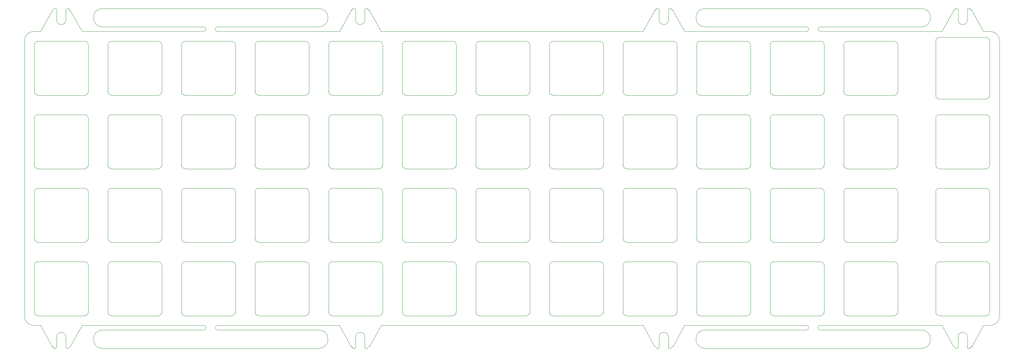
<source format=gbr>
G04 #@! TF.GenerationSoftware,KiCad,Pcbnew,(6.0.1-0)*
G04 #@! TF.CreationDate,2022-04-18T21:34:51-05:00*
G04 #@! TF.ProjectId,plate,706c6174-652e-46b6-9963-61645f706362,rev?*
G04 #@! TF.SameCoordinates,Original*
G04 #@! TF.FileFunction,Profile,NP*
%FSLAX46Y46*%
G04 Gerber Fmt 4.6, Leading zero omitted, Abs format (unit mm)*
G04 Created by KiCad (PCBNEW (6.0.1-0)) date 2022-04-18 21:34:51*
%MOMM*%
%LPD*%
G01*
G04 APERTURE LIST*
G04 #@! TA.AperFunction,Profile*
%ADD10C,0.050000*%
G04 #@! TD*
G04 #@! TA.AperFunction,Profile*
%ADD11C,0.100000*%
G04 #@! TD*
G04 APERTURE END LIST*
D10*
X348853250Y-39290994D02*
X322659478Y-39290658D01*
X348855874Y-40481620D02*
X317303057Y-40481452D01*
X383978113Y-40481452D02*
X352427752Y-40481620D01*
X322659478Y-34527482D02*
X378621524Y-34528154D01*
X352427752Y-39290994D02*
X378621524Y-39291330D01*
X378621524Y-39291330D02*
G75*
G03*
X378621524Y-34528154I0J2381588D01*
G01*
X348855874Y-40481620D02*
G75*
G03*
X348855874Y-39290994I0J595313D01*
G01*
X352427752Y-39290994D02*
G75*
G03*
X352427752Y-40481620I0J-595313D01*
G01*
X322659478Y-34527482D02*
G75*
G03*
X322659478Y-39290658I0J-2381588D01*
G01*
X192881244Y-39290994D02*
X166687472Y-39290658D01*
X192883868Y-40481620D02*
X161331051Y-40481452D01*
X228006107Y-40481452D02*
X196455746Y-40481620D01*
X166687472Y-34527482D02*
X222649518Y-34528154D01*
X196455746Y-39290994D02*
X222649518Y-39291330D01*
X222649518Y-39291330D02*
G75*
G03*
X222649518Y-34528154I0J2381588D01*
G01*
X192883868Y-40481620D02*
G75*
G03*
X192883868Y-39290994I0J595313D01*
G01*
X196455746Y-39290994D02*
G75*
G03*
X196455746Y-40481620I0J-595313D01*
G01*
X166687472Y-34527482D02*
G75*
G03*
X166687472Y-39290658I0J-2381588D01*
G01*
X196455914Y-117871862D02*
X222649686Y-117872198D01*
X196453290Y-116681236D02*
X228006107Y-116681404D01*
X161331051Y-116681404D02*
X192881412Y-116681236D01*
X222649686Y-122635374D02*
X166687640Y-122634702D01*
X192881412Y-117871862D02*
X166687640Y-117871526D01*
X166687640Y-117871526D02*
G75*
G03*
X166687640Y-122634702I0J-2381588D01*
G01*
X196453290Y-116681236D02*
G75*
G03*
X196453290Y-117871862I0J-595313D01*
G01*
X192881412Y-117871862D02*
G75*
G03*
X192881412Y-116681236I0J595313D01*
G01*
X222649686Y-122635374D02*
G75*
G03*
X222649686Y-117872198I0J2381588D01*
G01*
X352425296Y-116681348D02*
G75*
G03*
X352425296Y-117871974I0J-595313D01*
G01*
X352427920Y-117871974D02*
X378621692Y-117872310D01*
X378621692Y-122635486D02*
G75*
G03*
X378621692Y-117872310I0J2381588D01*
G01*
X322659646Y-117871638D02*
G75*
G03*
X322659646Y-122634814I0J-2381588D01*
G01*
X348853418Y-117871974D02*
G75*
G03*
X348853418Y-116681348I0J595313D01*
G01*
X352425296Y-116681348D02*
X383978113Y-116681516D01*
X317303057Y-116681516D02*
X348853418Y-116681348D01*
X378621692Y-122635486D02*
X322659646Y-122634814D01*
X348853418Y-117871974D02*
X322659646Y-117871638D01*
X396479634Y-116681404D02*
G75*
G03*
X398860894Y-114300144I0J2381260D01*
G01*
X396479634Y-116681516D02*
X394693747Y-116681516D01*
X398860894Y-42862716D02*
G75*
G03*
X396479634Y-40481456I-2381260J0D01*
G01*
X396479634Y-40481456D02*
X394693747Y-40481452D01*
X306587423Y-40481452D02*
X238721741Y-40481452D01*
X150615417Y-40481452D02*
X148829842Y-40481468D01*
X148829842Y-116681404D02*
X150615417Y-116681404D01*
X238721741Y-116681535D02*
X306587423Y-116681516D01*
X146448582Y-42862728D02*
X146448582Y-114300156D01*
X148829842Y-40481468D02*
G75*
G03*
X146448582Y-42862728I0J-2381260D01*
G01*
X231875641Y-122634543D02*
G75*
G03*
X232173390Y-122336887I93J297656D01*
G01*
X310159301Y-34528322D02*
X310456870Y-34528444D01*
X390526644Y-122336775D02*
G75*
G03*
X390824300Y-122634524I297656J-93D01*
G01*
X386954678Y-122039333D02*
G75*
G03*
X387549991Y-122634646I2381281J1785968D01*
G01*
X313135866Y-37504887D02*
X313135774Y-34826100D01*
X313135954Y-122336775D02*
X313135866Y-119658081D01*
X157163860Y-37504887D02*
X157163768Y-34826100D01*
X158354486Y-35123635D02*
X161331051Y-40481452D01*
X230982672Y-122039352D02*
G75*
G03*
X231577985Y-122634665I2381281J1785968D01*
G01*
X154782520Y-34826193D02*
X154782608Y-37504887D01*
X310456957Y-122634524D02*
G75*
G03*
X310754706Y-122336868I93J297656D01*
G01*
X230982672Y-122039352D02*
X228006107Y-116681535D01*
X157164308Y-122336663D02*
X157164220Y-119657969D01*
X313433523Y-34528444D02*
G75*
G03*
X313135774Y-34826100I-93J-297656D01*
G01*
X146448582Y-114300156D02*
G75*
G03*
X148829842Y-116681416I2381260J0D01*
G01*
X390824213Y-34528444D02*
X391121869Y-34528322D01*
X387847647Y-122634524D02*
G75*
G03*
X388145396Y-122336868I93J297656D01*
G01*
X313731179Y-122634646D02*
X313433610Y-122634524D01*
X388145304Y-37504887D02*
G75*
G03*
X390526556Y-37504887I1190626J0D01*
G01*
X231875641Y-122634543D02*
X231577985Y-122634665D01*
X157759533Y-122634534D02*
X157461964Y-122634412D01*
X310754614Y-119658081D02*
X310754706Y-122336868D01*
X390526644Y-122336775D02*
X390526556Y-119658081D01*
X387549991Y-34528322D02*
X387847560Y-34528444D01*
X388145216Y-34826193D02*
X388145304Y-37504887D01*
X154187295Y-34528322D02*
X154484864Y-34528444D01*
X391717182Y-35123635D02*
X394693747Y-40481452D01*
X154782968Y-119657969D02*
X154783060Y-122336756D01*
X390824213Y-34528444D02*
G75*
G03*
X390526464Y-34826100I-93J-297656D01*
G01*
X309563988Y-122039333D02*
G75*
G03*
X310159301Y-122634646I2381281J1785968D01*
G01*
X309563988Y-35123635D02*
X306587423Y-40481452D01*
X313433523Y-34528444D02*
X313731179Y-34528322D01*
X232173210Y-34826193D02*
G75*
G03*
X231875554Y-34528444I-297656J93D01*
G01*
X232173210Y-34826193D02*
X232173298Y-37504887D01*
X153592342Y-122039221D02*
G75*
G03*
X154187655Y-122634534I2381281J1785968D01*
G01*
X234554550Y-119658100D02*
G75*
G03*
X232173298Y-119658100I-1190626J0D01*
G01*
X388145216Y-34826193D02*
G75*
G03*
X387847560Y-34528444I-297656J93D01*
G01*
X231577985Y-34528322D02*
X231875554Y-34528444D01*
X391717182Y-35123635D02*
G75*
G03*
X391121869Y-34528322I-2381281J-1785968D01*
G01*
X234554550Y-37504887D02*
X234554458Y-34826100D01*
X387549991Y-34528322D02*
G75*
G03*
X386954678Y-35123635I1785968J-2381281D01*
G01*
X230982672Y-35123635D02*
X228006107Y-40481452D01*
X234852207Y-34528444D02*
X235149863Y-34528322D01*
X154782608Y-37504887D02*
G75*
G03*
X157163860Y-37504887I1190626J0D01*
G01*
X310456957Y-122634524D02*
X310159301Y-122634646D01*
X398860894Y-114300144D02*
X398860894Y-42862716D01*
X314326492Y-35123635D02*
X317303057Y-40481452D01*
X232173298Y-37504887D02*
G75*
G03*
X234554550Y-37504887I1190626J0D01*
G01*
X234852207Y-34528444D02*
G75*
G03*
X234554458Y-34826100I-93J-297656D01*
G01*
X157759533Y-122634534D02*
G75*
G03*
X158354846Y-122039221I-1785968J2381281D01*
G01*
X158354846Y-122039221D02*
X161331051Y-116681404D01*
X313135954Y-122336775D02*
G75*
G03*
X313433610Y-122634524I297656J-93D01*
G01*
X314326492Y-35123635D02*
G75*
G03*
X313731179Y-34528322I-2381281J-1785968D01*
G01*
X313731179Y-122634646D02*
G75*
G03*
X314326492Y-122039333I-1785968J2381281D01*
G01*
X309563988Y-122039333D02*
X306587423Y-116681516D01*
X154187295Y-34528322D02*
G75*
G03*
X153591982Y-35123635I1785968J-2381281D01*
G01*
X386954678Y-122039333D02*
X383978113Y-116681516D01*
X310754526Y-34826193D02*
G75*
G03*
X310456870Y-34528444I-297656J93D01*
G01*
X154485311Y-122634412D02*
G75*
G03*
X154783060Y-122336756I93J297656D01*
G01*
X310159301Y-34528322D02*
G75*
G03*
X309563988Y-35123635I1785968J-2381281D01*
G01*
X391121869Y-122634646D02*
X390824300Y-122634524D01*
X157461517Y-34528444D02*
G75*
G03*
X157163768Y-34826100I-93J-297656D01*
G01*
X388145304Y-119658081D02*
X388145396Y-122336868D01*
X153592342Y-122039221D02*
X150615417Y-116681404D01*
X154485311Y-122634412D02*
X154187655Y-122634534D01*
X235745176Y-35123635D02*
G75*
G03*
X235149863Y-34528322I-2381281J-1785968D01*
G01*
X235745176Y-122039352D02*
X238721741Y-116681535D01*
X391121869Y-122634646D02*
G75*
G03*
X391717182Y-122039333I-1785968J2381281D01*
G01*
X157164308Y-122336663D02*
G75*
G03*
X157461964Y-122634412I297656J-93D01*
G01*
X158354486Y-35123635D02*
G75*
G03*
X157759173Y-34528322I-2381281J-1785968D01*
G01*
X390526556Y-119658081D02*
G75*
G03*
X388145304Y-119658081I-1190626J0D01*
G01*
X231577985Y-34528322D02*
G75*
G03*
X230982672Y-35123635I1785968J-2381281D01*
G01*
X234554638Y-122336794D02*
X234554550Y-119658100D01*
X391717182Y-122039333D02*
X394693747Y-116681516D01*
X310754614Y-37504887D02*
G75*
G03*
X313135866Y-37504887I1190626J0D01*
G01*
X154782520Y-34826193D02*
G75*
G03*
X154484864Y-34528444I-297656J93D01*
G01*
X390526556Y-37504887D02*
X390526464Y-34826100D01*
X386954678Y-35123635D02*
X383978113Y-40481452D01*
X232173298Y-119658100D02*
X232173390Y-122336887D01*
X387847647Y-122634524D02*
X387549991Y-122634646D01*
X313135866Y-119658081D02*
G75*
G03*
X310754614Y-119658081I-1190626J0D01*
G01*
X234554638Y-122336794D02*
G75*
G03*
X234852294Y-122634543I297656J-93D01*
G01*
X153591982Y-35123635D02*
X150615417Y-40481452D01*
X314326492Y-122039333D02*
X317303057Y-116681516D01*
X157461517Y-34528444D02*
X157759173Y-34528322D01*
X310754526Y-34826193D02*
X310754614Y-37504887D01*
X235149863Y-122634665D02*
X234852294Y-122634543D01*
X235149863Y-122634665D02*
G75*
G03*
X235745176Y-122039352I-1785968J2381281D01*
G01*
X157164220Y-119657969D02*
G75*
G03*
X154782968Y-119657969I-1190626J0D01*
G01*
X235745176Y-35123635D02*
X238721741Y-40481452D01*
X148972530Y-56006460D02*
X148972530Y-44006460D01*
X149972530Y-57006460D02*
X161972530Y-57006460D01*
X149972530Y-43006460D02*
X161972530Y-43006460D01*
X162972530Y-44006460D02*
X162972530Y-56006460D01*
X161972530Y-57006460D02*
G75*
G03*
X162972530Y-56006460I1J999999D01*
G01*
X162972530Y-44006460D02*
G75*
G03*
X161972530Y-43006460I-999999J1D01*
G01*
X148972530Y-56006460D02*
G75*
G03*
X149972530Y-57006460I999999J-1D01*
G01*
X149972530Y-43006460D02*
G75*
G03*
X148972530Y-44006460I-1J-999999D01*
G01*
X168022610Y-56006460D02*
X168022610Y-44006460D01*
X169022610Y-43006460D02*
X181022610Y-43006460D01*
X182022610Y-44006460D02*
X182022610Y-56006460D01*
X169022610Y-57006460D02*
X181022610Y-57006460D01*
X182022610Y-44006460D02*
G75*
G03*
X181022610Y-43006460I-999999J1D01*
G01*
X168022610Y-56006460D02*
G75*
G03*
X169022610Y-57006460I999999J-1D01*
G01*
X181022610Y-57006460D02*
G75*
G03*
X182022610Y-56006460I1J999999D01*
G01*
X169022610Y-43006460D02*
G75*
G03*
X168022610Y-44006460I-1J-999999D01*
G01*
X188072690Y-57006460D02*
X200072690Y-57006460D01*
X187072690Y-56006460D02*
X187072690Y-44006460D01*
X201072690Y-44006460D02*
X201072690Y-56006460D01*
X188072690Y-43006460D02*
X200072690Y-43006460D01*
X200072690Y-57006460D02*
G75*
G03*
X201072690Y-56006460I1J999999D01*
G01*
X188072690Y-43006460D02*
G75*
G03*
X187072690Y-44006460I-1J-999999D01*
G01*
X187072690Y-56006460D02*
G75*
G03*
X188072690Y-57006460I999999J-1D01*
G01*
X201072690Y-44006460D02*
G75*
G03*
X200072690Y-43006460I-999999J1D01*
G01*
X206122770Y-56006460D02*
X206122770Y-44006460D01*
X207122770Y-57006460D02*
X219122770Y-57006460D01*
X207122770Y-43006460D02*
X219122770Y-43006460D01*
X220122770Y-44006460D02*
X220122770Y-56006460D01*
X207122770Y-43006460D02*
G75*
G03*
X206122770Y-44006460I-1J-999999D01*
G01*
X219122770Y-57006460D02*
G75*
G03*
X220122770Y-56006460I1J999999D01*
G01*
X220122770Y-44006460D02*
G75*
G03*
X219122770Y-43006460I-999999J1D01*
G01*
X206122770Y-56006460D02*
G75*
G03*
X207122770Y-57006460I999999J-1D01*
G01*
X239172850Y-44006460D02*
X239172850Y-56006460D01*
X225172850Y-56006460D02*
X225172850Y-44006460D01*
X226172850Y-57006460D02*
X238172850Y-57006460D01*
X226172850Y-43006460D02*
X238172850Y-43006460D01*
X226172850Y-43006460D02*
G75*
G03*
X225172850Y-44006460I-1J-999999D01*
G01*
X225172850Y-56006460D02*
G75*
G03*
X226172850Y-57006460I999999J-1D01*
G01*
X239172850Y-44006460D02*
G75*
G03*
X238172850Y-43006460I-999999J1D01*
G01*
X238172850Y-57006460D02*
G75*
G03*
X239172850Y-56006460I1J999999D01*
G01*
X321423250Y-57006460D02*
X333423250Y-57006460D01*
X321423250Y-43006460D02*
X333423250Y-43006460D01*
X334423250Y-44006460D02*
X334423250Y-56006460D01*
X320423250Y-56006460D02*
X320423250Y-44006460D01*
X320423250Y-56006460D02*
G75*
G03*
X321423250Y-57006460I999999J-1D01*
G01*
X321423250Y-43006460D02*
G75*
G03*
X320423250Y-44006460I-1J-999999D01*
G01*
X334423250Y-44006460D02*
G75*
G03*
X333423250Y-43006460I-999999J1D01*
G01*
X333423250Y-57006460D02*
G75*
G03*
X334423250Y-56006460I1J999999D01*
G01*
X339473330Y-56006460D02*
X339473330Y-44006460D01*
X340473330Y-43006460D02*
X352473330Y-43006460D01*
X340473330Y-57006460D02*
X352473330Y-57006460D01*
X353473330Y-44006460D02*
X353473330Y-56006460D01*
X353473330Y-44006460D02*
G75*
G03*
X352473330Y-43006460I-999999J1D01*
G01*
X339473330Y-56006460D02*
G75*
G03*
X340473330Y-57006460I999999J-1D01*
G01*
X352473330Y-57006460D02*
G75*
G03*
X353473330Y-56006460I1J999999D01*
G01*
X340473330Y-43006460D02*
G75*
G03*
X339473330Y-44006460I-1J-999999D01*
G01*
X148972530Y-75056540D02*
X148972530Y-63056540D01*
X149972530Y-76056540D02*
X161972530Y-76056540D01*
X162972530Y-63056540D02*
X162972530Y-75056540D01*
X149972530Y-62056540D02*
X161972530Y-62056540D01*
X161972530Y-76056540D02*
G75*
G03*
X162972530Y-75056540I1J999999D01*
G01*
X149972530Y-62056540D02*
G75*
G03*
X148972530Y-63056540I-1J-999999D01*
G01*
X148972530Y-75056540D02*
G75*
G03*
X149972530Y-76056540I999999J-1D01*
G01*
X162972530Y-63056540D02*
G75*
G03*
X161972530Y-62056540I-999999J1D01*
G01*
X201072690Y-63056540D02*
X201072690Y-75056540D01*
X188072690Y-76056540D02*
X200072690Y-76056540D01*
X188072690Y-62056540D02*
X200072690Y-62056540D01*
X187072690Y-75056540D02*
X187072690Y-63056540D01*
X187072690Y-75056540D02*
G75*
G03*
X188072690Y-76056540I999999J-1D01*
G01*
X201072690Y-63056540D02*
G75*
G03*
X200072690Y-62056540I-999999J1D01*
G01*
X200072690Y-76056540D02*
G75*
G03*
X201072690Y-75056540I1J999999D01*
G01*
X188072690Y-62056540D02*
G75*
G03*
X187072690Y-63056540I-1J-999999D01*
G01*
X239172850Y-63056540D02*
X239172850Y-75056540D01*
X225172850Y-75056540D02*
X225172850Y-63056540D01*
X226172850Y-62056540D02*
X238172850Y-62056540D01*
X226172850Y-76056540D02*
X238172850Y-76056540D01*
X239172850Y-63056540D02*
G75*
G03*
X238172850Y-62056540I-999999J1D01*
G01*
X226172850Y-62056540D02*
G75*
G03*
X225172850Y-63056540I-1J-999999D01*
G01*
X238172850Y-76056540D02*
G75*
G03*
X239172850Y-75056540I1J999999D01*
G01*
X225172850Y-75056540D02*
G75*
G03*
X226172850Y-76056540I999999J-1D01*
G01*
X245222930Y-76056540D02*
X257222930Y-76056540D01*
X258222930Y-63056540D02*
X258222930Y-75056540D01*
X245222930Y-62056540D02*
X257222930Y-62056540D01*
X244222930Y-75056540D02*
X244222930Y-63056540D01*
X244222930Y-75056540D02*
G75*
G03*
X245222930Y-76056540I999999J-1D01*
G01*
X258222930Y-63056540D02*
G75*
G03*
X257222930Y-62056540I-999999J1D01*
G01*
X245222930Y-62056540D02*
G75*
G03*
X244222930Y-63056540I-1J-999999D01*
G01*
X257222930Y-76056540D02*
G75*
G03*
X258222930Y-75056540I1J999999D01*
G01*
X263273010Y-75056540D02*
X263273010Y-63056540D01*
X264273010Y-62056540D02*
X276273010Y-62056540D01*
X264273010Y-76056540D02*
X276273010Y-76056540D01*
X277273010Y-63056540D02*
X277273010Y-75056540D01*
X263273010Y-75056540D02*
G75*
G03*
X264273010Y-76056540I999999J-1D01*
G01*
X264273010Y-62056540D02*
G75*
G03*
X263273010Y-63056540I-1J-999999D01*
G01*
X276273010Y-76056540D02*
G75*
G03*
X277273010Y-75056540I1J999999D01*
G01*
X277273010Y-63056540D02*
G75*
G03*
X276273010Y-62056540I-999999J1D01*
G01*
X296323090Y-63056540D02*
X296323090Y-75056540D01*
X283323090Y-76056540D02*
X295323090Y-76056540D01*
X283323090Y-62056540D02*
X295323090Y-62056540D01*
X282323090Y-75056540D02*
X282323090Y-63056540D01*
X282323090Y-75056540D02*
G75*
G03*
X283323090Y-76056540I999999J-1D01*
G01*
X283323090Y-62056540D02*
G75*
G03*
X282323090Y-63056540I-1J-999999D01*
G01*
X296323090Y-63056540D02*
G75*
G03*
X295323090Y-62056540I-999999J1D01*
G01*
X295323090Y-76056540D02*
G75*
G03*
X296323090Y-75056540I1J999999D01*
G01*
X315373170Y-63056540D02*
X315373170Y-75056540D01*
X301373170Y-75056540D02*
X301373170Y-63056540D01*
X302373170Y-76056540D02*
X314373170Y-76056540D01*
X302373170Y-62056540D02*
X314373170Y-62056540D01*
X302373170Y-62056540D02*
G75*
G03*
X301373170Y-63056540I-1J-999999D01*
G01*
X301373170Y-75056540D02*
G75*
G03*
X302373170Y-76056540I999999J-1D01*
G01*
X314373170Y-76056540D02*
G75*
G03*
X315373170Y-75056540I1J999999D01*
G01*
X315373170Y-63056540D02*
G75*
G03*
X314373170Y-62056540I-999999J1D01*
G01*
X321423250Y-76056540D02*
X333423250Y-76056540D01*
X334423250Y-63056540D02*
X334423250Y-75056540D01*
X321423250Y-62056540D02*
X333423250Y-62056540D01*
X320423250Y-75056540D02*
X320423250Y-63056540D01*
X321423250Y-62056540D02*
G75*
G03*
X320423250Y-63056540I-1J-999999D01*
G01*
X334423250Y-63056540D02*
G75*
G03*
X333423250Y-62056540I-999999J1D01*
G01*
X333423250Y-76056540D02*
G75*
G03*
X334423250Y-75056540I1J999999D01*
G01*
X320423250Y-75056540D02*
G75*
G03*
X321423250Y-76056540I999999J-1D01*
G01*
X340473330Y-62056540D02*
X352473330Y-62056540D01*
X339473330Y-75056540D02*
X339473330Y-63056540D01*
X353473330Y-63056540D02*
X353473330Y-75056540D01*
X340473330Y-76056540D02*
X352473330Y-76056540D01*
X353473330Y-63056540D02*
G75*
G03*
X352473330Y-62056540I-999999J1D01*
G01*
X352473330Y-76056540D02*
G75*
G03*
X353473330Y-75056540I1J999999D01*
G01*
X339473330Y-75056540D02*
G75*
G03*
X340473330Y-76056540I999999J-1D01*
G01*
X340473330Y-62056540D02*
G75*
G03*
X339473330Y-63056540I-1J-999999D01*
G01*
X358523410Y-75056540D02*
X358523410Y-63056540D01*
X359523410Y-76056540D02*
X371523410Y-76056540D01*
X372523410Y-63056540D02*
X372523410Y-75056540D01*
X359523410Y-62056540D02*
X371523410Y-62056540D01*
X358523410Y-75056540D02*
G75*
G03*
X359523410Y-76056540I999999J-1D01*
G01*
X359523410Y-62056540D02*
G75*
G03*
X358523410Y-63056540I-1J-999999D01*
G01*
X372523410Y-63056540D02*
G75*
G03*
X371523410Y-62056540I-999999J1D01*
G01*
X371523410Y-76056540D02*
G75*
G03*
X372523410Y-75056540I1J999999D01*
G01*
X162972530Y-82106620D02*
X162972530Y-94106620D01*
X148972530Y-94106620D02*
X148972530Y-82106620D01*
X149972530Y-81106620D02*
X161972530Y-81106620D01*
X149972530Y-95106620D02*
X161972530Y-95106620D01*
X148972530Y-94106620D02*
G75*
G03*
X149972530Y-95106620I999999J-1D01*
G01*
X162972530Y-82106620D02*
G75*
G03*
X161972530Y-81106620I-999999J1D01*
G01*
X161972530Y-95106620D02*
G75*
G03*
X162972530Y-94106620I1J999999D01*
G01*
X149972530Y-81106620D02*
G75*
G03*
X148972530Y-82106620I-1J-999999D01*
G01*
X169022610Y-81106620D02*
X181022610Y-81106620D01*
X169022610Y-95106620D02*
X181022610Y-95106620D01*
X168022610Y-94106620D02*
X168022610Y-82106620D01*
X182022610Y-82106620D02*
X182022610Y-94106620D01*
X181022610Y-95106620D02*
G75*
G03*
X182022610Y-94106620I1J999999D01*
G01*
X168022610Y-94106620D02*
G75*
G03*
X169022610Y-95106620I999999J-1D01*
G01*
X182022610Y-82106620D02*
G75*
G03*
X181022610Y-81106620I-999999J1D01*
G01*
X169022610Y-81106620D02*
G75*
G03*
X168022610Y-82106620I-1J-999999D01*
G01*
X187072690Y-94106620D02*
X187072690Y-82106620D01*
X201072690Y-82106620D02*
X201072690Y-94106620D01*
X188072690Y-81106620D02*
X200072690Y-81106620D01*
X188072690Y-95106620D02*
X200072690Y-95106620D01*
X187072690Y-94106620D02*
G75*
G03*
X188072690Y-95106620I999999J-1D01*
G01*
X188072690Y-81106620D02*
G75*
G03*
X187072690Y-82106620I-1J-999999D01*
G01*
X201072690Y-82106620D02*
G75*
G03*
X200072690Y-81106620I-999999J1D01*
G01*
X200072690Y-95106620D02*
G75*
G03*
X201072690Y-94106620I1J999999D01*
G01*
X207122770Y-95106620D02*
X219122770Y-95106620D01*
X206122770Y-94106620D02*
X206122770Y-82106620D01*
X220122770Y-82106620D02*
X220122770Y-94106620D01*
X207122770Y-81106620D02*
X219122770Y-81106620D01*
X220122770Y-82106620D02*
G75*
G03*
X219122770Y-81106620I-999999J1D01*
G01*
X219122770Y-95106620D02*
G75*
G03*
X220122770Y-94106620I1J999999D01*
G01*
X206122770Y-94106620D02*
G75*
G03*
X207122770Y-95106620I999999J-1D01*
G01*
X207122770Y-81106620D02*
G75*
G03*
X206122770Y-82106620I-1J-999999D01*
G01*
X226172850Y-81106620D02*
X238172850Y-81106620D01*
X225172850Y-94106620D02*
X225172850Y-82106620D01*
X226172850Y-95106620D02*
X238172850Y-95106620D01*
X239172850Y-82106620D02*
X239172850Y-94106620D01*
X238172850Y-95106620D02*
G75*
G03*
X239172850Y-94106620I1J999999D01*
G01*
X225172850Y-94106620D02*
G75*
G03*
X226172850Y-95106620I999999J-1D01*
G01*
X239172850Y-82106620D02*
G75*
G03*
X238172850Y-81106620I-999999J1D01*
G01*
X226172850Y-81106620D02*
G75*
G03*
X225172850Y-82106620I-1J-999999D01*
G01*
X245222930Y-81106620D02*
X257222930Y-81106620D01*
X245222930Y-95106620D02*
X257222930Y-95106620D01*
X244222930Y-94106620D02*
X244222930Y-82106620D01*
X258222930Y-82106620D02*
X258222930Y-94106620D01*
X258222930Y-82106620D02*
G75*
G03*
X257222930Y-81106620I-999999J1D01*
G01*
X244222930Y-94106620D02*
G75*
G03*
X245222930Y-95106620I999999J-1D01*
G01*
X245222930Y-81106620D02*
G75*
G03*
X244222930Y-82106620I-1J-999999D01*
G01*
X257222930Y-95106620D02*
G75*
G03*
X258222930Y-94106620I1J999999D01*
G01*
X264273010Y-81106620D02*
X276273010Y-81106620D01*
X277273010Y-82106620D02*
X277273010Y-94106620D01*
X263273010Y-94106620D02*
X263273010Y-82106620D01*
X264273010Y-95106620D02*
X276273010Y-95106620D01*
X277273010Y-82106620D02*
G75*
G03*
X276273010Y-81106620I-999999J1D01*
G01*
X263273010Y-94106620D02*
G75*
G03*
X264273010Y-95106620I999999J-1D01*
G01*
X264273010Y-81106620D02*
G75*
G03*
X263273010Y-82106620I-1J-999999D01*
G01*
X276273010Y-95106620D02*
G75*
G03*
X277273010Y-94106620I1J999999D01*
G01*
X282323090Y-94106620D02*
X282323090Y-82106620D01*
X296323090Y-82106620D02*
X296323090Y-94106620D01*
X283323090Y-95106620D02*
X295323090Y-95106620D01*
X283323090Y-81106620D02*
X295323090Y-81106620D01*
X282323090Y-94106620D02*
G75*
G03*
X283323090Y-95106620I999999J-1D01*
G01*
X283323090Y-81106620D02*
G75*
G03*
X282323090Y-82106620I-1J-999999D01*
G01*
X295323090Y-95106620D02*
G75*
G03*
X296323090Y-94106620I1J999999D01*
G01*
X296323090Y-82106620D02*
G75*
G03*
X295323090Y-81106620I-999999J1D01*
G01*
X302373170Y-81106620D02*
X314373170Y-81106620D01*
X302373170Y-95106620D02*
X314373170Y-95106620D01*
X315373170Y-82106620D02*
X315373170Y-94106620D01*
X301373170Y-94106620D02*
X301373170Y-82106620D01*
X302373170Y-81106620D02*
G75*
G03*
X301373170Y-82106620I-1J-999999D01*
G01*
X315373170Y-82106620D02*
G75*
G03*
X314373170Y-81106620I-999999J1D01*
G01*
X301373170Y-94106620D02*
G75*
G03*
X302373170Y-95106620I999999J-1D01*
G01*
X314373170Y-95106620D02*
G75*
G03*
X315373170Y-94106620I1J999999D01*
G01*
X321423250Y-81106620D02*
X333423250Y-81106620D01*
X321423250Y-95106620D02*
X333423250Y-95106620D01*
X320423250Y-94106620D02*
X320423250Y-82106620D01*
X334423250Y-82106620D02*
X334423250Y-94106620D01*
X334423250Y-82106620D02*
G75*
G03*
X333423250Y-81106620I-999999J1D01*
G01*
X321423250Y-81106620D02*
G75*
G03*
X320423250Y-82106620I-1J-999999D01*
G01*
X333423250Y-95106620D02*
G75*
G03*
X334423250Y-94106620I1J999999D01*
G01*
X320423250Y-94106620D02*
G75*
G03*
X321423250Y-95106620I999999J-1D01*
G01*
X353473330Y-82106620D02*
X353473330Y-94106620D01*
X340473330Y-95106620D02*
X352473330Y-95106620D01*
X339473330Y-94106620D02*
X339473330Y-82106620D01*
X340473330Y-81106620D02*
X352473330Y-81106620D01*
X352473330Y-95106620D02*
G75*
G03*
X353473330Y-94106620I1J999999D01*
G01*
X340473330Y-81106620D02*
G75*
G03*
X339473330Y-82106620I-1J-999999D01*
G01*
X353473330Y-82106620D02*
G75*
G03*
X352473330Y-81106620I-999999J1D01*
G01*
X339473330Y-94106620D02*
G75*
G03*
X340473330Y-95106620I999999J-1D01*
G01*
X372523410Y-82106620D02*
X372523410Y-94106620D01*
X358523410Y-94106620D02*
X358523410Y-82106620D01*
X359523410Y-81106620D02*
X371523410Y-81106620D01*
X359523410Y-95106620D02*
X371523410Y-95106620D01*
X371523410Y-95106620D02*
G75*
G03*
X372523410Y-94106620I1J999999D01*
G01*
X359523410Y-81106620D02*
G75*
G03*
X358523410Y-82106620I-1J-999999D01*
G01*
X358523410Y-94106620D02*
G75*
G03*
X359523410Y-95106620I999999J-1D01*
G01*
X372523410Y-82106620D02*
G75*
G03*
X371523410Y-81106620I-999999J1D01*
G01*
X182022610Y-101156700D02*
X182022610Y-113156700D01*
X169022610Y-114156700D02*
X181022610Y-114156700D01*
X169022610Y-100156700D02*
X181022610Y-100156700D01*
X168022610Y-113156700D02*
X168022610Y-101156700D01*
X182022610Y-101156700D02*
G75*
G03*
X181022610Y-100156700I-999999J1D01*
G01*
X169022610Y-100156700D02*
G75*
G03*
X168022610Y-101156700I-1J-999999D01*
G01*
X181022610Y-114156700D02*
G75*
G03*
X182022610Y-113156700I1J999999D01*
G01*
X168022610Y-113156700D02*
G75*
G03*
X169022610Y-114156700I999999J-1D01*
G01*
X187072690Y-113156700D02*
X187072690Y-101156700D01*
X188072690Y-114156700D02*
X200072690Y-114156700D01*
X188072690Y-100156700D02*
X200072690Y-100156700D01*
X201072690Y-101156700D02*
X201072690Y-113156700D01*
X188072690Y-100156700D02*
G75*
G03*
X187072690Y-101156700I-1J-999999D01*
G01*
X187072690Y-113156700D02*
G75*
G03*
X188072690Y-114156700I999999J-1D01*
G01*
X200072690Y-114156700D02*
G75*
G03*
X201072690Y-113156700I1J999999D01*
G01*
X201072690Y-101156700D02*
G75*
G03*
X200072690Y-100156700I-999999J1D01*
G01*
X207122770Y-100156700D02*
X219122770Y-100156700D01*
X206122770Y-113156700D02*
X206122770Y-101156700D01*
X220122770Y-101156700D02*
X220122770Y-113156700D01*
X207122770Y-114156700D02*
X219122770Y-114156700D01*
X219122770Y-114156700D02*
G75*
G03*
X220122770Y-113156700I1J999999D01*
G01*
X207122770Y-100156700D02*
G75*
G03*
X206122770Y-101156700I-1J-999999D01*
G01*
X206122770Y-113156700D02*
G75*
G03*
X207122770Y-114156700I999999J-1D01*
G01*
X220122770Y-101156700D02*
G75*
G03*
X219122770Y-100156700I-999999J1D01*
G01*
X226172850Y-100156700D02*
X238172850Y-100156700D01*
X225172850Y-113156700D02*
X225172850Y-101156700D01*
X226172850Y-114156700D02*
X238172850Y-114156700D01*
X239172850Y-101156700D02*
X239172850Y-113156700D01*
X239172850Y-101156700D02*
G75*
G03*
X238172850Y-100156700I-999999J1D01*
G01*
X225172850Y-113156700D02*
G75*
G03*
X226172850Y-114156700I999999J-1D01*
G01*
X226172850Y-100156700D02*
G75*
G03*
X225172850Y-101156700I-1J-999999D01*
G01*
X238172850Y-114156700D02*
G75*
G03*
X239172850Y-113156700I1J999999D01*
G01*
X245222930Y-100156700D02*
X257222930Y-100156700D01*
X258222930Y-101156700D02*
X258222930Y-113156700D01*
X244222930Y-113156700D02*
X244222930Y-101156700D01*
X245222930Y-114156700D02*
X257222930Y-114156700D01*
X258222930Y-101156700D02*
G75*
G03*
X257222930Y-100156700I-999999J1D01*
G01*
X245222930Y-100156700D02*
G75*
G03*
X244222930Y-101156700I-1J-999999D01*
G01*
X244222930Y-113156700D02*
G75*
G03*
X245222930Y-114156700I999999J-1D01*
G01*
X257222930Y-114156700D02*
G75*
G03*
X258222930Y-113156700I1J999999D01*
G01*
X264273010Y-114156700D02*
X276273010Y-114156700D01*
X263273010Y-113156700D02*
X263273010Y-101156700D01*
X264273010Y-100156700D02*
X276273010Y-100156700D01*
X277273010Y-101156700D02*
X277273010Y-113156700D01*
X263273010Y-113156700D02*
G75*
G03*
X264273010Y-114156700I999999J-1D01*
G01*
X277273010Y-101156700D02*
G75*
G03*
X276273010Y-100156700I-999999J1D01*
G01*
X276273010Y-114156700D02*
G75*
G03*
X277273010Y-113156700I1J999999D01*
G01*
X264273010Y-100156700D02*
G75*
G03*
X263273010Y-101156700I-1J-999999D01*
G01*
X282323090Y-113156700D02*
X282323090Y-101156700D01*
X296323090Y-101156700D02*
X296323090Y-113156700D01*
X283323090Y-114156700D02*
X295323090Y-114156700D01*
X283323090Y-100156700D02*
X295323090Y-100156700D01*
X282323090Y-113156700D02*
G75*
G03*
X283323090Y-114156700I999999J-1D01*
G01*
X295323090Y-114156700D02*
G75*
G03*
X296323090Y-113156700I1J999999D01*
G01*
X296323090Y-101156700D02*
G75*
G03*
X295323090Y-100156700I-999999J1D01*
G01*
X283323090Y-100156700D02*
G75*
G03*
X282323090Y-101156700I-1J-999999D01*
G01*
X302373170Y-100156700D02*
X314373170Y-100156700D01*
X302373170Y-114156700D02*
X314373170Y-114156700D01*
X315373170Y-101156700D02*
X315373170Y-113156700D01*
X301373170Y-113156700D02*
X301373170Y-101156700D01*
X315373170Y-101156700D02*
G75*
G03*
X314373170Y-100156700I-999999J1D01*
G01*
X301373170Y-113156700D02*
G75*
G03*
X302373170Y-114156700I999999J-1D01*
G01*
X314373170Y-114156700D02*
G75*
G03*
X315373170Y-113156700I1J999999D01*
G01*
X302373170Y-100156700D02*
G75*
G03*
X301373170Y-101156700I-1J-999999D01*
G01*
X320423250Y-113156700D02*
X320423250Y-101156700D01*
X334423250Y-101156700D02*
X334423250Y-113156700D01*
X321423250Y-114156700D02*
X333423250Y-114156700D01*
X321423250Y-100156700D02*
X333423250Y-100156700D01*
X333423250Y-114156700D02*
G75*
G03*
X334423250Y-113156700I1J999999D01*
G01*
X321423250Y-100156700D02*
G75*
G03*
X320423250Y-101156700I-1J-999999D01*
G01*
X320423250Y-113156700D02*
G75*
G03*
X321423250Y-114156700I999999J-1D01*
G01*
X334423250Y-101156700D02*
G75*
G03*
X333423250Y-100156700I-999999J1D01*
G01*
X340473330Y-114160000D02*
X352473330Y-114160000D01*
X353473330Y-101160000D02*
X353473330Y-113160000D01*
X340473330Y-100160000D02*
X352473330Y-100160000D01*
X339473330Y-113160000D02*
X339473330Y-101160000D01*
X340473330Y-100160000D02*
G75*
G03*
X339473330Y-101160000I-1J-999999D01*
G01*
X353473330Y-101160000D02*
G75*
G03*
X352473330Y-100160000I-999999J1D01*
G01*
X339473330Y-113160000D02*
G75*
G03*
X340473330Y-114160000I999999J-1D01*
G01*
X352473330Y-114160000D02*
G75*
G03*
X353473330Y-113160000I1J999999D01*
G01*
X359523410Y-100156700D02*
X371523410Y-100156700D01*
X359523410Y-114156700D02*
X371523410Y-114156700D01*
X358523410Y-113156700D02*
X358523410Y-101156700D01*
X372523410Y-101156700D02*
X372523410Y-113156700D01*
X371523410Y-114156700D02*
G75*
G03*
X372523410Y-113156700I1J999999D01*
G01*
X372523410Y-101156700D02*
G75*
G03*
X371523410Y-100156700I-999999J1D01*
G01*
X359523410Y-100156700D02*
G75*
G03*
X358523410Y-101156700I-1J-999999D01*
G01*
X358523410Y-113156700D02*
G75*
G03*
X359523410Y-114156700I999999J-1D01*
G01*
X149972530Y-114156700D02*
X161972530Y-114156700D01*
X149972530Y-100156700D02*
X161972530Y-100156700D01*
X162972530Y-101156700D02*
X162972530Y-113156700D01*
X148972530Y-113156700D02*
X148972530Y-101156700D01*
X162972530Y-101156700D02*
G75*
G03*
X161972530Y-100156700I-999999J1D01*
G01*
X148972530Y-113156700D02*
G75*
G03*
X149972530Y-114156700I999999J-1D01*
G01*
X149972530Y-100156700D02*
G75*
G03*
X148972530Y-101156700I-1J-999999D01*
G01*
X161972530Y-114156700D02*
G75*
G03*
X162972530Y-113156700I1J999999D01*
G01*
X182022610Y-63056540D02*
X182022610Y-75056540D01*
X169022610Y-62056540D02*
X181022610Y-62056540D01*
X169022610Y-76056540D02*
X181022610Y-76056540D01*
X168022610Y-75056540D02*
X168022610Y-63056540D01*
X169022610Y-62056540D02*
G75*
G03*
X168022610Y-63056540I-1J-999999D01*
G01*
X182022610Y-63056540D02*
G75*
G03*
X181022610Y-62056540I-999999J1D01*
G01*
X168022610Y-75056540D02*
G75*
G03*
X169022610Y-76056540I999999J-1D01*
G01*
X181022610Y-76056540D02*
G75*
G03*
X182022610Y-75056540I1J999999D01*
G01*
X382335890Y-94106428D02*
X382335890Y-82106428D01*
X383335890Y-95106428D02*
X395335890Y-95106428D01*
X383335890Y-81106428D02*
X395335890Y-81106428D01*
X396335890Y-82106428D02*
X396335890Y-94106428D01*
X395335890Y-95106428D02*
G75*
G03*
X396335890Y-94106428I1J999999D01*
G01*
X396335890Y-82106428D02*
G75*
G03*
X395335890Y-81106428I-999999J1D01*
G01*
X382335890Y-94106428D02*
G75*
G03*
X383335890Y-95106428I999999J-1D01*
G01*
X383335890Y-81106428D02*
G75*
G03*
X382335890Y-82106428I-1J-999999D01*
G01*
X383335890Y-76056444D02*
X395335890Y-76056444D01*
X396335890Y-63056444D02*
X396335890Y-75056444D01*
X383335890Y-62056444D02*
X395335890Y-62056444D01*
X382335890Y-75056444D02*
X382335890Y-63056444D01*
X395335890Y-76056444D02*
G75*
G03*
X396335890Y-75056444I1J999999D01*
G01*
X383335890Y-62056444D02*
G75*
G03*
X382335890Y-63056444I-1J-999999D01*
G01*
X382335890Y-75056444D02*
G75*
G03*
X383335890Y-76056444I999999J-1D01*
G01*
X396335890Y-63056444D02*
G75*
G03*
X395335890Y-62056444I-999999J1D01*
G01*
D11*
X396336010Y-57006460D02*
X396336010Y-43006460D01*
X395336010Y-42006460D02*
X383336010Y-42006460D01*
X383336010Y-58006460D02*
X395336010Y-58006460D01*
X382336010Y-57006460D02*
X382336010Y-43006460D01*
X396336009Y-56531460D02*
X396336009Y-56531460D01*
X396336010Y-43006460D02*
G75*
G03*
X395336010Y-42006460I-999999J1D01*
G01*
X395336010Y-58006460D02*
G75*
G03*
X396336010Y-57006460I1J999999D01*
G01*
X383336010Y-42006460D02*
G75*
G03*
X382336010Y-43006460I-1J-999999D01*
G01*
X382336010Y-57006460D02*
G75*
G03*
X383336010Y-58006460I999999J-1D01*
G01*
D10*
X358523410Y-56006460D02*
X358523410Y-44006460D01*
X359523410Y-57006460D02*
X371523410Y-57006460D01*
X372523410Y-44006460D02*
X372523410Y-56006460D01*
X359523410Y-43006460D02*
X371523410Y-43006460D01*
X358523410Y-56006460D02*
G75*
G03*
X359523410Y-57006460I999999J-1D01*
G01*
X359523410Y-43006460D02*
G75*
G03*
X358523410Y-44006460I-1J-999999D01*
G01*
X371523410Y-57006460D02*
G75*
G03*
X372523410Y-56006460I1J999999D01*
G01*
X372523410Y-44006460D02*
G75*
G03*
X371523410Y-43006460I-999999J1D01*
G01*
X383336010Y-100156700D02*
X395336010Y-100156700D01*
X383336010Y-114156700D02*
X395336010Y-114156700D01*
X382336010Y-113156700D02*
X382336010Y-101156700D01*
X396336010Y-101156700D02*
X396336010Y-113156700D01*
X382336010Y-113156700D02*
G75*
G03*
X383336010Y-114156700I999999J-1D01*
G01*
X395336010Y-114156700D02*
G75*
G03*
X396336010Y-113156700I1J999999D01*
G01*
X383336010Y-100156700D02*
G75*
G03*
X382336010Y-101156700I-1J-999999D01*
G01*
X396336010Y-101156700D02*
G75*
G03*
X395336010Y-100156700I-999999J1D01*
G01*
X207122770Y-62056540D02*
X219122770Y-62056540D01*
X207122770Y-76056540D02*
X219122770Y-76056540D01*
X206122770Y-75056540D02*
X206122770Y-63056540D01*
X220122770Y-63056540D02*
X220122770Y-75056540D01*
X219122770Y-76056540D02*
G75*
G03*
X220122770Y-75056540I1J999999D01*
G01*
X207122770Y-62056540D02*
G75*
G03*
X206122770Y-63056540I-1J-999999D01*
G01*
X220122770Y-63056540D02*
G75*
G03*
X219122770Y-62056540I-999999J1D01*
G01*
X206122770Y-75056540D02*
G75*
G03*
X207122770Y-76056540I999999J-1D01*
G01*
X245223314Y-43006460D02*
X257223314Y-43006460D01*
X244223314Y-56006460D02*
X244223314Y-44006460D01*
X245223314Y-57006460D02*
X257223314Y-57006460D01*
X258223314Y-44006460D02*
X258223314Y-56006460D01*
X258223314Y-44006460D02*
G75*
G03*
X257223314Y-43006460I-999999J1D01*
G01*
X257223314Y-57006460D02*
G75*
G03*
X258223314Y-56006460I1J999999D01*
G01*
X244223314Y-56006460D02*
G75*
G03*
X245223314Y-57006460I999999J-1D01*
G01*
X245223314Y-43006460D02*
G75*
G03*
X244223314Y-44006460I-1J-999999D01*
G01*
X264273330Y-57006460D02*
X276273330Y-57006460D01*
X277273330Y-44006460D02*
X277273330Y-56006460D01*
X263273330Y-56006460D02*
X263273330Y-44006460D01*
X264273330Y-43006460D02*
X276273330Y-43006460D01*
X276273330Y-57006460D02*
G75*
G03*
X277273330Y-56006460I1J999999D01*
G01*
X264273330Y-43006460D02*
G75*
G03*
X263273330Y-44006460I-1J-999999D01*
G01*
X277273330Y-44006460D02*
G75*
G03*
X276273330Y-43006460I-999999J1D01*
G01*
X263273330Y-56006460D02*
G75*
G03*
X264273330Y-57006460I999999J-1D01*
G01*
X283323346Y-43006460D02*
X295323346Y-43006460D01*
X282323346Y-56006460D02*
X282323346Y-44006460D01*
X296323346Y-44006460D02*
X296323346Y-56006460D01*
X283323346Y-57006460D02*
X295323346Y-57006460D01*
X295323346Y-57006460D02*
G75*
G03*
X296323346Y-56006460I1J999999D01*
G01*
X283323346Y-43006460D02*
G75*
G03*
X282323346Y-44006460I-1J-999999D01*
G01*
X296323346Y-44006460D02*
G75*
G03*
X295323346Y-43006460I-999999J1D01*
G01*
X282323346Y-56006460D02*
G75*
G03*
X283323346Y-57006460I999999J-1D01*
G01*
X302373362Y-43006460D02*
X314373362Y-43006460D01*
X315373362Y-44006460D02*
X315373362Y-56006460D01*
X302373362Y-57006460D02*
X314373362Y-57006460D01*
X301373362Y-56006460D02*
X301373362Y-44006460D01*
X302373362Y-43006460D02*
G75*
G03*
X301373362Y-44006460I-1J-999999D01*
G01*
X315373362Y-44006460D02*
G75*
G03*
X314373362Y-43006460I-999999J1D01*
G01*
X301373362Y-56006460D02*
G75*
G03*
X302373362Y-57006460I999999J-1D01*
G01*
X314373362Y-57006460D02*
G75*
G03*
X315373362Y-56006460I1J999999D01*
G01*
M02*

</source>
